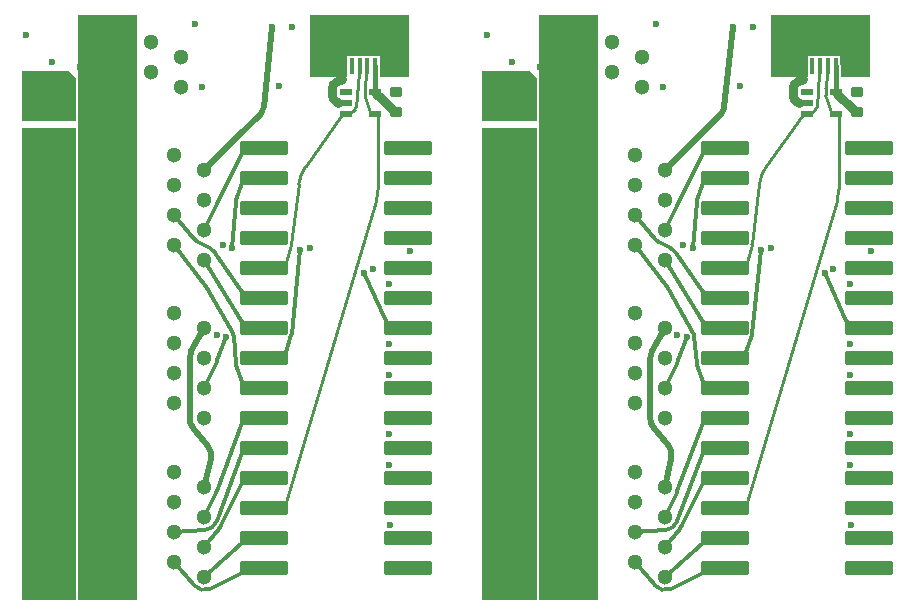
<source format=gtl>
G04*
G04 #@! TF.GenerationSoftware,Altium Limited,Altium Designer,21.6.1 (37)*
G04*
G04 Layer_Physical_Order=1*
G04 Layer_Color=255*
%FSLAX25Y25*%
%MOIN*%
G70*
G04*
G04 #@! TF.SameCoordinates,FC2F02F7-AC22-4359-8BDB-CA83A4D5B66C*
G04*
G04*
G04 #@! TF.FilePolarity,Positive*
G04*
G01*
G75*
%ADD10C,0.01968*%
%ADD11C,0.03150*%
%ADD12C,0.03150*%
%ADD13C,0.00984*%
%ADD14C,0.01181*%
%ADD15R,0.07480X0.07480*%
%ADD16R,0.06299X0.05512*%
%ADD17R,0.01575X0.05315*%
%ADD18R,0.04331X0.02362*%
G04:AMPARAMS|DCode=19|XSize=39.37mil|YSize=35.43mil|CornerRadius=4.43mil|HoleSize=0mil|Usage=FLASHONLY|Rotation=0.000|XOffset=0mil|YOffset=0mil|HoleType=Round|Shape=RoundedRectangle|*
%AMROUNDEDRECTD19*
21,1,0.03937,0.02657,0,0,0.0*
21,1,0.03051,0.03543,0,0,0.0*
1,1,0.00886,0.01526,-0.01329*
1,1,0.00886,-0.01526,-0.01329*
1,1,0.00886,-0.01526,0.01329*
1,1,0.00886,0.01526,0.01329*
%
%ADD19ROUNDEDRECTD19*%
%ADD20R,0.11811X0.15748*%
G04:AMPARAMS|DCode=21|XSize=157.48mil|YSize=47.24mil|CornerRadius=4.72mil|HoleSize=0mil|Usage=FLASHONLY|Rotation=0.000|XOffset=0mil|YOffset=0mil|HoleType=Round|Shape=RoundedRectangle|*
%AMROUNDEDRECTD21*
21,1,0.15748,0.03780,0,0,0.0*
21,1,0.14803,0.04724,0,0,0.0*
1,1,0.00945,0.07402,-0.01890*
1,1,0.00945,-0.07402,-0.01890*
1,1,0.00945,-0.07402,0.01890*
1,1,0.00945,0.07402,0.01890*
%
%ADD21ROUNDEDRECTD21*%
%ADD22R,0.15748X0.11811*%
%ADD23C,0.01772*%
%ADD24O,0.03543X0.07087*%
%ADD25C,0.05118*%
%ADD26C,0.02362*%
G36*
X283465Y175197D02*
X273753D01*
Y176667D01*
X273753Y176667D01*
Y178839D01*
X273623Y179491D01*
X273622Y179493D01*
Y182283D01*
X262795D01*
Y175394D01*
X261696Y175197D01*
X250394D01*
Y196048D01*
X283465D01*
Y175197D01*
D02*
G37*
G36*
X129921D02*
X120210D01*
Y176667D01*
X120210Y176667D01*
Y178839D01*
X120080Y179491D01*
X120079Y179493D01*
Y182283D01*
X109252D01*
Y175394D01*
X108152Y175197D01*
X96850D01*
Y196048D01*
X129921D01*
Y175197D01*
D02*
G37*
G36*
X172425Y174819D02*
Y160630D01*
X154346D01*
Y177165D01*
X170079D01*
X172425Y174819D01*
D02*
G37*
G36*
X18882D02*
Y160630D01*
X803D01*
Y177165D01*
X16535D01*
X18882Y174819D01*
D02*
G37*
G36*
X192913Y803D02*
X173228D01*
Y196048D01*
X192913D01*
Y803D01*
D02*
G37*
G36*
X172425D02*
X154346D01*
Y158268D01*
X172425D01*
Y803D01*
D02*
G37*
G36*
X39370D02*
X19685D01*
Y196048D01*
X39370D01*
Y803D01*
D02*
G37*
G36*
X18882D02*
X803D01*
Y158268D01*
X18882D01*
Y803D01*
D02*
G37*
D10*
X80440Y162932D02*
G03*
X81478Y165094I-2488J2523D01*
G01*
X72958Y155565D02*
G03*
X72984Y155590I-2460J2551D01*
G01*
X72537Y155159D02*
G03*
X72509Y155131I1558J-1615D01*
G01*
X57338Y83802D02*
G03*
X56732Y81457I4237J-2345D01*
G01*
X56732Y61468D02*
G03*
X57856Y58356I4843J-11D01*
G01*
X56732Y71493D02*
G03*
X56732Y71457I4842J-37D01*
G01*
X63759Y48017D02*
G03*
X62683Y52566I-5098J1195D01*
G01*
X72984Y155590D02*
X80440Y162932D01*
X81478Y165094D02*
X84252Y191929D01*
X84286Y191886D01*
X61575Y144213D02*
X72509Y155131D01*
X72537Y155159D02*
X72958Y155565D01*
X56732Y81457D02*
X56732Y71493D01*
X57338Y83802D02*
X61575Y91457D01*
X57856Y58355D02*
X62683Y52566D01*
X56732Y71457D02*
X56732Y61468D01*
X61575Y38701D02*
X63759Y48017D01*
X233984Y162932D02*
G03*
X235021Y165094I-2488J2523D01*
G01*
X226501Y155565D02*
G03*
X226528Y155590I-2460J2551D01*
G01*
X226080Y155159D02*
G03*
X226052Y155131I1558J-1615D01*
G01*
X210881Y83802D02*
G03*
X210276Y81457I4237J-2345D01*
G01*
X210276Y61468D02*
G03*
X211399Y58356I4843J-11D01*
G01*
X210276Y71493D02*
G03*
X210276Y71457I4842J-37D01*
G01*
X217303Y48017D02*
G03*
X216226Y52566I-5098J1195D01*
G01*
X226528Y155590D02*
X233984Y162932D01*
X235021Y165094D02*
X237795Y191929D01*
X237830Y191886D01*
X215118Y144213D02*
X226052Y155131D01*
X226080Y155159D02*
X226501Y155565D01*
X210276Y81457D02*
X210276Y71493D01*
X210881Y83802D02*
X215118Y91457D01*
X211399Y58355D02*
X216226Y52566D01*
X210276Y71457D02*
X210276Y61468D01*
X215118Y38701D02*
X217303Y48017D01*
D11*
X106925Y174143D02*
G03*
X106926Y174144I-1751J2618D01*
G01*
X106223Y173791D02*
G03*
X106925Y174143I-1049J2970D01*
G01*
X105995Y173714D02*
G03*
X104331Y171457I698J-2257D01*
G01*
X107338Y174418D02*
G03*
X107353Y174428I-1737J2628D01*
G01*
X105995Y173714D02*
G03*
X106116Y173753I-929J3010D01*
G01*
X104331Y169095D02*
G03*
X105406Y167113I2362J0D01*
G01*
X119309Y169356D02*
G03*
X119765Y168809I2632J1730D01*
G01*
X107338Y174418D02*
X107338Y174418D01*
X106926Y174144D02*
X107338Y174418D01*
X106925Y174143D02*
X106926Y174144D01*
X107354Y174428D02*
X107613Y174600D01*
X107353Y174428D02*
X107354Y174428D01*
X123549Y165174D02*
X125591Y163583D01*
X106116Y173753D02*
X106223Y173791D01*
X104331Y169095D02*
Y171457D01*
X105406Y167113D02*
X106299Y166535D01*
X118701Y170276D02*
X119309Y169356D01*
X119765Y168809D02*
X123549Y165174D01*
X260468Y174143D02*
G03*
X260469Y174144I-1751J2618D01*
G01*
X259766Y173791D02*
G03*
X260468Y174143I-1049J2970D01*
G01*
X259539Y173714D02*
G03*
X257874Y171457I698J-2257D01*
G01*
X260882Y174418D02*
G03*
X260897Y174428I-1737J2628D01*
G01*
X260881Y174418D02*
G03*
X260882Y174418I-1736J2628D01*
G01*
X259539Y173714D02*
G03*
X259659Y173753I-929J3010D01*
G01*
X257874Y169095D02*
G03*
X258950Y167113I2362J0D01*
G01*
X272852Y169356D02*
G03*
X273308Y168809I2632J1730D01*
G01*
X260881Y174418D02*
X260882Y174418D01*
X260469Y174144D02*
X260881Y174418D01*
X260468Y174143D02*
X260469Y174144D01*
X260897Y174428D02*
X261156Y174600D01*
X260897Y174428D02*
X260897Y174428D01*
X277092Y165174D02*
X279134Y163583D01*
X259659Y173753D02*
X259766Y173791D01*
X257874Y169095D02*
Y171457D01*
X258950Y167113D02*
X259842Y166535D01*
X272244Y170276D02*
X272852Y169356D01*
X273308Y168809D02*
X277092Y165174D01*
D12*
X107338Y174418D02*
D03*
X25591Y187008D02*
D03*
Y183071D02*
D03*
X29528Y188976D02*
D03*
X12795Y146653D02*
D03*
X6890D02*
D03*
Y152559D02*
D03*
X12795D02*
D03*
X15748Y149606D02*
D03*
Y143701D02*
D03*
X9843D02*
D03*
X3937D02*
D03*
Y149606D02*
D03*
X15748Y155512D02*
D03*
X3937D02*
D03*
X9843D02*
D03*
Y149606D02*
D03*
Y169291D02*
D03*
Y173228D02*
D03*
Y165354D02*
D03*
X5906Y163386D02*
D03*
Y167323D02*
D03*
Y171260D02*
D03*
Y175197D02*
D03*
X13780D02*
D03*
Y171260D02*
D03*
Y167323D02*
D03*
Y163386D02*
D03*
X29528Y185039D02*
D03*
Y181102D02*
D03*
X25591Y179134D02*
D03*
Y190945D02*
D03*
X33465D02*
D03*
Y187008D02*
D03*
Y183071D02*
D03*
Y179134D02*
D03*
X29528Y133858D02*
D03*
Y137795D02*
D03*
Y129921D02*
D03*
X25591Y127953D02*
D03*
Y131890D02*
D03*
Y135827D02*
D03*
Y139764D02*
D03*
X33465D02*
D03*
Y135827D02*
D03*
Y131890D02*
D03*
Y127953D02*
D03*
X29528Y86614D02*
D03*
Y90551D02*
D03*
Y82677D02*
D03*
X25591Y80709D02*
D03*
Y84646D02*
D03*
Y88583D02*
D03*
Y92520D02*
D03*
X33465D02*
D03*
Y88583D02*
D03*
Y84646D02*
D03*
Y80709D02*
D03*
X9843Y118110D02*
D03*
Y122047D02*
D03*
Y114173D02*
D03*
X5906Y112205D02*
D03*
Y116142D02*
D03*
Y120079D02*
D03*
Y124016D02*
D03*
X13780D02*
D03*
Y120079D02*
D03*
Y116142D02*
D03*
Y112205D02*
D03*
X9843Y70866D02*
D03*
Y74803D02*
D03*
Y66929D02*
D03*
X5906Y64961D02*
D03*
Y68898D02*
D03*
Y72835D02*
D03*
Y76772D02*
D03*
X13780D02*
D03*
Y72835D02*
D03*
Y68898D02*
D03*
Y64961D02*
D03*
X33465Y41339D02*
D03*
Y49213D02*
D03*
Y45276D02*
D03*
Y37402D02*
D03*
X25591Y41339D02*
D03*
Y45276D02*
D03*
Y49213D02*
D03*
X29528Y47244D02*
D03*
Y43307D02*
D03*
Y39370D02*
D03*
X25591Y37402D02*
D03*
X13780Y21654D02*
D03*
Y25591D02*
D03*
Y29528D02*
D03*
Y33465D02*
D03*
X5906D02*
D03*
Y29528D02*
D03*
Y25591D02*
D03*
Y21654D02*
D03*
X9843Y23622D02*
D03*
Y31496D02*
D03*
Y27559D02*
D03*
X35433Y3937D02*
D03*
X31496D02*
D03*
X27559D02*
D03*
X23622D02*
D03*
X25591Y7874D02*
D03*
X29528D02*
D03*
X33465D02*
D03*
X35433Y11811D02*
D03*
X31496D02*
D03*
X27559D02*
D03*
X23622D02*
D03*
X15748Y3937D02*
D03*
X11811D02*
D03*
X7874D02*
D03*
X5906Y7874D02*
D03*
X13780D02*
D03*
X15748Y11811D02*
D03*
X11811D02*
D03*
X7874D02*
D03*
X3937D02*
D03*
Y3937D02*
D03*
X9843Y7874D02*
D03*
X179134Y187008D02*
D03*
Y183071D02*
D03*
X183071Y188976D02*
D03*
X166339Y146653D02*
D03*
X160433D02*
D03*
Y152559D02*
D03*
X166339D02*
D03*
X169291Y149606D02*
D03*
Y143701D02*
D03*
X163386D02*
D03*
X157480D02*
D03*
Y149606D02*
D03*
X169291Y155512D02*
D03*
X157480D02*
D03*
X163386D02*
D03*
Y149606D02*
D03*
Y169291D02*
D03*
Y173228D02*
D03*
Y165354D02*
D03*
X159449Y163386D02*
D03*
Y167323D02*
D03*
Y171260D02*
D03*
Y175197D02*
D03*
X167323D02*
D03*
Y171260D02*
D03*
Y167323D02*
D03*
Y163386D02*
D03*
X183071Y185039D02*
D03*
Y181102D02*
D03*
X179134Y179134D02*
D03*
Y190945D02*
D03*
X187008D02*
D03*
Y187008D02*
D03*
Y183071D02*
D03*
Y179134D02*
D03*
X183071Y133858D02*
D03*
Y137795D02*
D03*
Y129921D02*
D03*
X179134Y127953D02*
D03*
Y131890D02*
D03*
Y135827D02*
D03*
Y139764D02*
D03*
X187008D02*
D03*
Y135827D02*
D03*
Y131890D02*
D03*
Y127953D02*
D03*
X183071Y86614D02*
D03*
Y90551D02*
D03*
Y82677D02*
D03*
X179134Y80709D02*
D03*
Y84646D02*
D03*
Y88583D02*
D03*
Y92520D02*
D03*
X187008D02*
D03*
Y88583D02*
D03*
Y84646D02*
D03*
Y80709D02*
D03*
X163386Y118110D02*
D03*
Y122047D02*
D03*
Y114173D02*
D03*
X159449Y112205D02*
D03*
Y116142D02*
D03*
Y120079D02*
D03*
Y124016D02*
D03*
X167323D02*
D03*
Y120079D02*
D03*
Y116142D02*
D03*
Y112205D02*
D03*
X163386Y70866D02*
D03*
Y74803D02*
D03*
Y66929D02*
D03*
X159449Y64961D02*
D03*
Y68898D02*
D03*
Y72835D02*
D03*
Y76772D02*
D03*
X167323D02*
D03*
Y72835D02*
D03*
Y68898D02*
D03*
Y64961D02*
D03*
X187008Y41339D02*
D03*
Y49213D02*
D03*
Y45276D02*
D03*
Y37402D02*
D03*
X179134Y41339D02*
D03*
Y45276D02*
D03*
Y49213D02*
D03*
X183071Y47244D02*
D03*
Y43307D02*
D03*
Y39370D02*
D03*
X179134Y37402D02*
D03*
X167323Y21654D02*
D03*
Y25591D02*
D03*
Y29528D02*
D03*
Y33465D02*
D03*
X159449D02*
D03*
Y29528D02*
D03*
Y25591D02*
D03*
Y21654D02*
D03*
X163386Y23622D02*
D03*
Y31496D02*
D03*
Y27559D02*
D03*
X188976Y3937D02*
D03*
X185039D02*
D03*
X181102D02*
D03*
X177165D02*
D03*
X179134Y7874D02*
D03*
X183071D02*
D03*
X187008D02*
D03*
X188976Y11811D02*
D03*
X185039D02*
D03*
X181102D02*
D03*
X177165D02*
D03*
X169291Y3937D02*
D03*
X165354D02*
D03*
X161417D02*
D03*
X159449Y7874D02*
D03*
X167323D02*
D03*
X169291Y11811D02*
D03*
X165354D02*
D03*
X161417D02*
D03*
X157480D02*
D03*
Y3937D02*
D03*
X163386Y7874D02*
D03*
D13*
X111736Y164291D02*
G03*
X112301Y165285I-712J1063D01*
G01*
X115260Y171554D02*
G03*
X115256Y171457I1276J-97D01*
G01*
Y169095D02*
G03*
X115320Y168696I1280J0D01*
G01*
X119026Y133976D02*
G03*
X119587Y137811I-12727J3819D01*
G01*
X95438Y145449D02*
G03*
X93114Y139438I10862J-7654D01*
G01*
X90578Y119267D02*
G03*
X90636Y119547I-1680J497D01*
G01*
X110531Y163484D02*
X111736Y164291D01*
X113091Y176673D02*
X113386Y178839D01*
X112301Y165285D02*
X113091Y176673D01*
X108858Y162795D02*
X110531Y163484D01*
X115260Y171554D02*
X115650Y176673D01*
X115320Y168696D02*
X117028Y163484D01*
X115256Y169095D02*
Y171457D01*
X115650Y176673D02*
X115945Y178839D01*
X117028Y163484D02*
X118701Y162795D01*
X119587Y162106D01*
Y137811D02*
Y162106D01*
X88878Y33524D02*
X119026Y133976D01*
X81496Y31653D02*
X88878Y33524D01*
X90636Y119547D02*
X93114Y139438D01*
X95438Y145449D02*
X107185Y162106D01*
X88878Y113524D02*
X90578Y119267D01*
X107185Y162106D02*
X108858Y162795D01*
X81496Y111653D02*
X88878Y113524D01*
X265279Y164291D02*
G03*
X265845Y165285I-712J1063D01*
G01*
X268803Y171554D02*
G03*
X268799Y171457I1276J-97D01*
G01*
Y169095D02*
G03*
X268863Y168696I1280J0D01*
G01*
X272569Y133976D02*
G03*
X273130Y137811I-12727J3819D01*
G01*
X248981Y145449D02*
G03*
X246657Y139438I10862J-7654D01*
G01*
X244121Y119267D02*
G03*
X244180Y119547I-1680J497D01*
G01*
X264075Y163484D02*
X265279Y164291D01*
X266634Y176673D02*
X266929Y178839D01*
X265845Y165285D02*
X266634Y176673D01*
X262402Y162795D02*
X264075Y163484D01*
X268803Y171554D02*
X269193Y176673D01*
X268863Y168696D02*
X270571Y163484D01*
X268799Y169095D02*
Y171457D01*
X269193Y176673D02*
X269488Y178839D01*
X270571Y163484D02*
X272244Y162795D01*
X273130Y162106D01*
Y137811D02*
Y162106D01*
X242421Y33524D02*
X272569Y133976D01*
X235039Y31653D02*
X242421Y33524D01*
X244180Y119547D02*
X246657Y139438D01*
X248981Y145449D02*
X260728Y162106D01*
X242421Y113524D02*
X244121Y119267D01*
X260728Y162106D02*
X262402Y162795D01*
X235039Y111653D02*
X242421Y113524D01*
D14*
X90657Y89191D02*
G03*
X90702Y89353I-1759J573D01*
G01*
D02*
G03*
X90738Y89570I-1804J411D01*
G01*
X122144Y94004D02*
G03*
X123030Y93326I1076J488D01*
G01*
X93701Y117718D02*
G03*
X93698Y117688I1170J-159D01*
G01*
X58166Y5842D02*
G03*
X63515Y4697I3409J2859D01*
G01*
X72248Y133663D02*
G03*
X72249Y133684I-1176J110D01*
G01*
X62871Y104362D02*
G03*
X62509Y104909I-4210J-2393D01*
G01*
X65559Y79478D02*
G03*
X65942Y80608I-3984J1979D01*
G01*
X72251Y79603D02*
G03*
X72334Y79195I1843J161D01*
G01*
X65997Y80800D02*
G03*
X65942Y80608I1105J-418D01*
G01*
X71447Y88805D02*
G03*
X71122Y89847I-2549J-223D01*
G01*
X58166Y121354D02*
G03*
X59544Y120254I3409J2859D01*
G01*
X65264Y116700D02*
G03*
X63605Y118171I-3689J-2487D01*
G01*
X72335Y134116D02*
G03*
X72249Y133684I1759J-573D01*
G01*
X65559Y132233D02*
G03*
X65569Y132254I-3984J1979D01*
G01*
X65559Y36722D02*
G03*
X65744Y37148I-3984J1979D01*
G01*
X61817Y24259D02*
G03*
X65744Y27148I-242J4442D01*
G01*
X66496Y24583D02*
G03*
X67335Y25873I-4922J4118D01*
G01*
X88779Y83425D02*
X90657Y89191D01*
X81496Y81653D02*
X88779Y83425D01*
X90738Y89570D02*
X93328Y114175D01*
X123030Y93326D02*
X133622Y91654D01*
X114961Y109843D02*
X122144Y94004D01*
X93328Y114175D02*
X93698Y117688D01*
X93701Y117718D02*
X93701Y117718D01*
X51575Y13701D02*
X58166Y5842D01*
X74213Y9882D02*
X81496Y11654D01*
X63515Y4697D02*
X74213Y9882D01*
X70866Y118110D02*
X72248Y133663D01*
X51575Y119213D02*
X62509Y104909D01*
X65942Y80608D02*
X65942D01*
X62871Y104362D02*
X71122Y89847D01*
X65997Y80800D02*
X68898Y88583D01*
X71447Y88805D02*
X72251Y79603D01*
X61575Y71457D02*
X65559Y79478D01*
X59544Y120254D02*
X63605Y118171D01*
X51575Y129213D02*
X58166Y121354D01*
X74213Y103425D02*
X81496Y101654D01*
X65264Y116700D02*
X74213Y103425D01*
X72335Y134116D02*
X74213Y139882D01*
X81496Y141654D01*
X74213Y73425D02*
X81496Y71653D01*
X72334Y79195D02*
X74213Y73425D01*
Y149882D02*
X81496Y151654D01*
X65569Y132254D02*
X74213Y149882D01*
X61575Y124213D02*
X65559Y132233D01*
X61575Y114213D02*
X74213Y93425D01*
X81496Y91654D01*
X65744Y37148D02*
X74213Y59882D01*
X81496Y61654D01*
X61575Y28701D02*
X65559Y36722D01*
X65744Y27148D02*
X74213Y49882D01*
X51575Y23701D02*
X61817Y24259D01*
X74213Y39882D02*
X81496Y41653D01*
X67335Y25873D02*
X74213Y39882D01*
Y49882D02*
X81496Y51653D01*
X61575Y18701D02*
X66496Y24583D01*
X61575Y8701D02*
X74213Y19882D01*
X81496Y21654D01*
X244200Y89191D02*
G03*
X244245Y89353I-1759J573D01*
G01*
D02*
G03*
X244281Y89570I-1804J411D01*
G01*
X275687Y94004D02*
G03*
X276574Y93326I1076J488D01*
G01*
X247245Y117718D02*
G03*
X247241Y117688I1170J-159D01*
G01*
X211709Y5842D02*
G03*
X217058Y4697I3409J2859D01*
G01*
X225791Y133663D02*
G03*
X225793Y133684I-1176J110D01*
G01*
X216415Y104362D02*
G03*
X216052Y104909I-4210J-2393D01*
G01*
X219102Y79478D02*
G03*
X219485Y80608I-3984J1979D01*
G01*
X225794Y79603D02*
G03*
X225877Y79195I1843J161D01*
G01*
X219540Y80800D02*
G03*
X219485Y80608I1105J-418D01*
G01*
X224990Y88805D02*
G03*
X224666Y89847I-2549J-223D01*
G01*
X211709Y121354D02*
G03*
X213088Y120254I3409J2859D01*
G01*
X218807Y116700D02*
G03*
X217149Y118171I-3689J-2487D01*
G01*
X225878Y134116D02*
G03*
X225793Y133684I1759J-573D01*
G01*
X219102Y132233D02*
G03*
X219113Y132254I-3984J1979D01*
G01*
X219102Y36722D02*
G03*
X219287Y37148I-3984J1979D01*
G01*
X215360Y24259D02*
G03*
X219287Y27148I-242J4442D01*
G01*
X220040Y24583D02*
G03*
X220879Y25873I-4922J4118D01*
G01*
X242323Y83425D02*
X244200Y89191D01*
X235039Y81653D02*
X242323Y83425D01*
X244281Y89570D02*
X246871Y114175D01*
X276574Y93326D02*
X287165Y91654D01*
X268504Y109843D02*
X275687Y94004D01*
X246871Y114175D02*
X247241Y117688D01*
X247245Y117718D02*
X247245Y117718D01*
X205118Y13701D02*
X211709Y5842D01*
X227756Y9882D02*
X235039Y11654D01*
X217058Y4697D02*
X227756Y9882D01*
X224409Y118110D02*
X225791Y133663D01*
X205118Y119213D02*
X216052Y104909D01*
X219485Y80608D02*
X219485D01*
X216414Y104362D02*
X224666Y89847D01*
X219540Y80800D02*
X222441Y88583D01*
X224990Y88805D02*
X225794Y79603D01*
X215118Y71457D02*
X219102Y79478D01*
X213088Y120254D02*
X217149Y118171D01*
X205118Y129213D02*
X211709Y121354D01*
X227756Y103425D02*
X235039Y101654D01*
X218807Y116700D02*
X227756Y103425D01*
X225878Y134116D02*
X227756Y139882D01*
X235039Y141654D01*
X227756Y73425D02*
X235039Y71653D01*
X225877Y79195D02*
X227756Y73425D01*
Y149882D02*
X235039Y151654D01*
X219113Y132254D02*
X227756Y149882D01*
X215118Y124213D02*
X219102Y132233D01*
X215118Y114213D02*
X227756Y93425D01*
X235039Y91654D01*
X219287Y37148D02*
X227756Y59882D01*
X235039Y61654D01*
X215118Y28701D02*
X219102Y36722D01*
X219287Y27148D02*
X227756Y49882D01*
X205118Y23701D02*
X215360Y24259D01*
X227756Y39882D02*
X235039Y41653D01*
X220879Y25873D02*
X227756Y39882D01*
Y49882D02*
X235039Y51653D01*
X215118Y18701D02*
X220040Y24583D01*
X215118Y8701D02*
X227756Y19882D01*
X235039Y21654D01*
D15*
X108661Y189370D02*
D03*
X118110Y189370D02*
D03*
X262205Y189370D02*
D03*
X271654Y189370D02*
D03*
D16*
X100787Y179724D02*
D03*
X125984D02*
D03*
X254331D02*
D03*
X279528D02*
D03*
D17*
X108268Y178839D02*
D03*
X110827D02*
D03*
X113386D02*
D03*
X115945D02*
D03*
X118504D02*
D03*
X261811D02*
D03*
X264370D02*
D03*
X266929D02*
D03*
X269488D02*
D03*
X272047D02*
D03*
D18*
X118701Y170276D02*
D03*
Y162795D02*
D03*
X108858D02*
D03*
Y166535D02*
D03*
Y170276D02*
D03*
X272244D02*
D03*
Y162795D02*
D03*
X262402D02*
D03*
Y166535D02*
D03*
Y170276D02*
D03*
D19*
X125591Y163583D02*
D03*
Y170276D02*
D03*
X279134Y163583D02*
D03*
Y170276D02*
D03*
D20*
X29528Y86614D02*
D03*
X9843Y70866D02*
D03*
Y118110D02*
D03*
X29528Y133858D02*
D03*
Y43307D02*
D03*
X9843Y169291D02*
D03*
X29528Y185039D02*
D03*
X9843Y27559D02*
D03*
X183071Y86614D02*
D03*
X163386Y70866D02*
D03*
Y118110D02*
D03*
X183071Y133858D02*
D03*
Y43307D02*
D03*
X163386Y169291D02*
D03*
X183071Y185039D02*
D03*
X163386Y27559D02*
D03*
D21*
X129685Y141654D02*
D03*
Y131653D02*
D03*
X81496Y21654D02*
D03*
Y11654D02*
D03*
X129685Y121653D02*
D03*
Y111653D02*
D03*
Y101654D02*
D03*
Y91654D02*
D03*
Y81653D02*
D03*
Y71653D02*
D03*
Y61654D02*
D03*
Y51653D02*
D03*
Y41653D02*
D03*
Y31653D02*
D03*
Y21654D02*
D03*
Y11654D02*
D03*
Y151654D02*
D03*
X81496Y31653D02*
D03*
Y41653D02*
D03*
Y51653D02*
D03*
Y61654D02*
D03*
Y71653D02*
D03*
Y81653D02*
D03*
Y91654D02*
D03*
Y101654D02*
D03*
Y111653D02*
D03*
Y121653D02*
D03*
Y131653D02*
D03*
Y141654D02*
D03*
Y151654D02*
D03*
X283228Y141654D02*
D03*
Y131653D02*
D03*
X235039Y21654D02*
D03*
Y11654D02*
D03*
X283228Y121653D02*
D03*
Y111653D02*
D03*
Y101654D02*
D03*
Y91654D02*
D03*
Y81653D02*
D03*
Y71653D02*
D03*
Y61654D02*
D03*
Y51653D02*
D03*
Y41653D02*
D03*
Y31653D02*
D03*
Y21654D02*
D03*
Y11654D02*
D03*
Y151654D02*
D03*
X235039Y31653D02*
D03*
Y41653D02*
D03*
Y51653D02*
D03*
Y61654D02*
D03*
Y71653D02*
D03*
Y81653D02*
D03*
Y91654D02*
D03*
Y101654D02*
D03*
Y111653D02*
D03*
Y121653D02*
D03*
Y131653D02*
D03*
Y141654D02*
D03*
Y151654D02*
D03*
D22*
X9843Y7874D02*
D03*
X29528D02*
D03*
X163386D02*
D03*
X183071D02*
D03*
D23*
X107613Y174600D02*
X108268Y178839D01*
X118504Y170571D02*
Y176667D01*
Y170571D02*
X118701Y170276D01*
X118504Y176667D02*
Y178839D01*
X261156Y174600D02*
X261811Y178839D01*
X272047Y170571D02*
Y176667D01*
Y170571D02*
X272244Y170276D01*
X272047Y176667D02*
Y178839D01*
D24*
X126378Y189370D02*
D03*
X100394D02*
D03*
X279921D02*
D03*
X253937D02*
D03*
D25*
X51575Y43701D02*
D03*
X61575Y38701D02*
D03*
X51575Y33701D02*
D03*
X61575Y28701D02*
D03*
X51575Y23701D02*
D03*
X61575Y18701D02*
D03*
X51575Y13701D02*
D03*
X61575Y8701D02*
D03*
Y61457D02*
D03*
X51575Y66457D02*
D03*
X61575Y71457D02*
D03*
X51575Y76457D02*
D03*
X61575Y81457D02*
D03*
X51575Y86457D02*
D03*
X61575Y91457D02*
D03*
X51575Y96457D02*
D03*
X53937Y171890D02*
D03*
X43937Y176890D02*
D03*
X53937Y181890D02*
D03*
X43937Y186890D02*
D03*
X61575Y114213D02*
D03*
X51575Y119213D02*
D03*
X61575Y124213D02*
D03*
X51575Y129213D02*
D03*
X61575Y134213D02*
D03*
X51575Y139213D02*
D03*
X61575Y144213D02*
D03*
X51575Y149213D02*
D03*
X205118Y43701D02*
D03*
X215118Y38701D02*
D03*
X205118Y33701D02*
D03*
X215118Y28701D02*
D03*
X205118Y23701D02*
D03*
X215118Y18701D02*
D03*
X205118Y13701D02*
D03*
X215118Y8701D02*
D03*
Y61457D02*
D03*
X205118Y66457D02*
D03*
X215118Y71457D02*
D03*
X205118Y76457D02*
D03*
X215118Y81457D02*
D03*
X205118Y86457D02*
D03*
X215118Y91457D02*
D03*
X205118Y96457D02*
D03*
X207480Y171890D02*
D03*
X197480Y176890D02*
D03*
X207480Y181890D02*
D03*
X197480Y186890D02*
D03*
X215118Y114213D02*
D03*
X205118Y119213D02*
D03*
X215118Y124213D02*
D03*
X205118Y129213D02*
D03*
X215118Y134213D02*
D03*
X205118Y139213D02*
D03*
X215118Y144213D02*
D03*
X205118Y149213D02*
D03*
D26*
X20079Y178543D02*
D03*
X115748Y187008D02*
D03*
X120472D02*
D03*
Y191732D02*
D03*
X115748D02*
D03*
X106299Y187008D02*
D03*
X111024Y191732D02*
D03*
Y187008D02*
D03*
X106299Y191732D02*
D03*
X102756Y181102D02*
D03*
X124016D02*
D03*
X127953Y178347D02*
D03*
X98819D02*
D03*
X114961Y109843D02*
D03*
X130315Y117323D02*
D03*
Y120866D02*
D03*
X125591Y163583D02*
D03*
X84252Y191929D02*
D03*
X117717Y111417D02*
D03*
X96850Y118110D02*
D03*
X107613Y174600D02*
D03*
X104331Y172441D02*
D03*
X106299Y166535D02*
D03*
X125591Y170276D02*
D03*
X123228Y106299D02*
D03*
Y102756D02*
D03*
X93701Y117718D02*
D03*
X123228Y86221D02*
D03*
Y82677D02*
D03*
Y75984D02*
D03*
Y72835D02*
D03*
Y56299D02*
D03*
Y52756D02*
D03*
Y46063D02*
D03*
Y42913D02*
D03*
X123622Y25984D02*
D03*
X65748Y89370D02*
D03*
X67716Y119291D02*
D03*
X70866Y118110D02*
D03*
X68898Y88583D02*
D03*
X135433Y141339D02*
D03*
X123622D02*
D03*
X87795Y121653D02*
D03*
X75590D02*
D03*
X86516Y172087D02*
D03*
X123622Y21654D02*
D03*
X61024Y172047D02*
D03*
X90945Y191929D02*
D03*
X58661Y192913D02*
D03*
X2362Y189370D02*
D03*
X10827Y180315D02*
D03*
X173622Y178543D02*
D03*
X269291Y187008D02*
D03*
X274016D02*
D03*
Y191732D02*
D03*
X269291D02*
D03*
X259842Y187008D02*
D03*
X264567Y191732D02*
D03*
Y187008D02*
D03*
X259842Y191732D02*
D03*
X256299Y181102D02*
D03*
X277559D02*
D03*
X281496Y178347D02*
D03*
X252362D02*
D03*
X268504Y109843D02*
D03*
X283858Y117323D02*
D03*
Y120866D02*
D03*
X279134Y163583D02*
D03*
X237795Y191929D02*
D03*
X271260Y111417D02*
D03*
X250394Y118110D02*
D03*
X261156Y174600D02*
D03*
X257874Y172441D02*
D03*
X259842Y166535D02*
D03*
X279134Y170276D02*
D03*
X276772Y106299D02*
D03*
Y102756D02*
D03*
X247245Y117718D02*
D03*
X276772Y86221D02*
D03*
Y82677D02*
D03*
Y75984D02*
D03*
Y72835D02*
D03*
Y56299D02*
D03*
Y52756D02*
D03*
Y46063D02*
D03*
Y42913D02*
D03*
X277165Y25984D02*
D03*
X219291Y89370D02*
D03*
X221260Y119291D02*
D03*
X224409Y118110D02*
D03*
X222441Y88583D02*
D03*
X288976Y141339D02*
D03*
X277165D02*
D03*
X241339Y121653D02*
D03*
X229134D02*
D03*
X240059Y172087D02*
D03*
X277165Y21654D02*
D03*
X214567Y172047D02*
D03*
X244488Y191929D02*
D03*
X212205Y192913D02*
D03*
X155905Y189370D02*
D03*
X164370Y180315D02*
D03*
M02*

</source>
